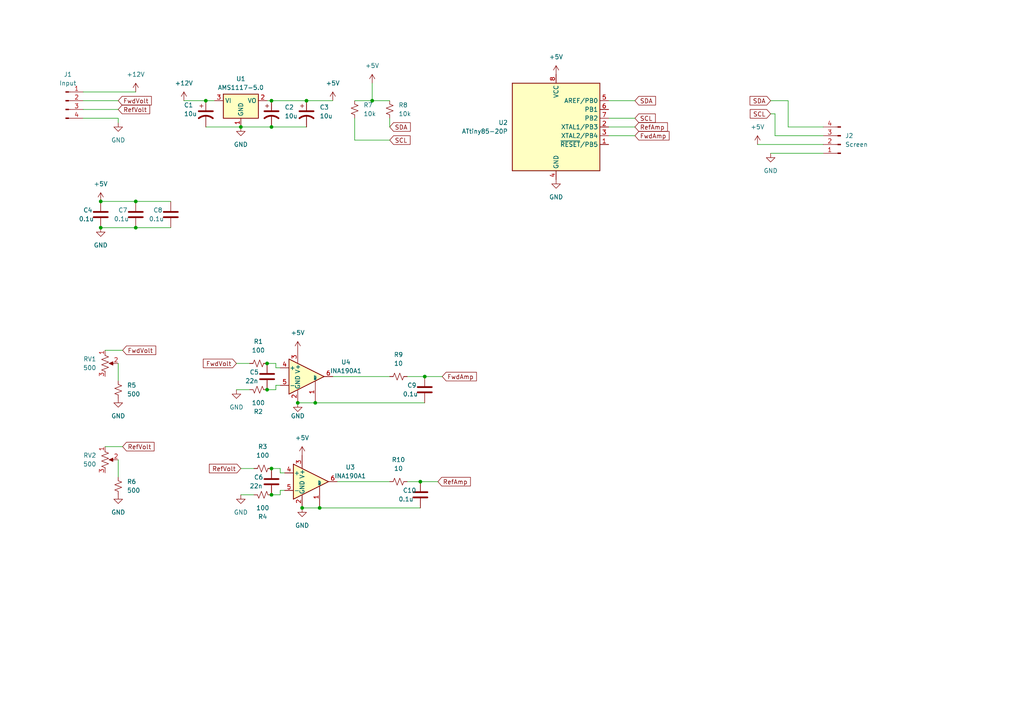
<source format=kicad_sch>
(kicad_sch (version 20230121) (generator eeschema)
  (paper "A4")
  (lib_symbols
    (symbol "Amplifier_Current:INA199xxDCK" (pin_names (offset 0.127))
      (property "Reference" "U" (at 3.81 3.81 0))
      (property "Value" "INA199xxDCK" (at 3.81 -2.54 0))
      (symbol "INA199xxDCK_0_1"
        (polyline (pts (xy 5.08 0) (xy -5.08 5.08) (xy -5.08 -5.08) (xy 5.08 0)) (stroke (width 0.254)) (fill (type background)))
      )
      (symbol "INA199xxDCK_1_1"
        (pin input line (at 2.54 -7.62 90) (length 6.35) (name "REF") (number "1"))
        (pin power_in line (at -2.54 -7.62 90) (length 3.81) (name "GND") (number "2"))
        (pin power_in line (at -2.54 7.62 270) (length 3.81) (name "V+") (number "3"))
        (pin input line (at -7.62 2.54 0) (length 2.54) (name "+") (number "4"))
        (pin input line (at -7.62 -2.54 0) (length 2.54) (name "-") (number "5"))
        (pin output line (at 7.62 0 180) (length 2.54) (name "~") (number "6"))
      )
    )
    (symbol "Connector:Conn_01x04_Pin" (pin_names (offset 1.016) hide)
      (property "Reference" "J" (at 0 5.08 0))
      (property "Value" "Conn_01x04_Pin" (at 0 -7.62 0))
      (symbol "Conn_01x04_Pin_1_1"
        (polyline (pts (xy 1.27 -5.08) (xy 0.8636 -5.08)) (stroke (width 0.1524)))
        (polyline (pts (xy 1.27 -2.54) (xy 0.8636 -2.54)) (stroke (width 0.1524)))
        (polyline (pts (xy 1.27 0) (xy 0.8636 0)) (stroke (width 0.1524)))
        (polyline (pts (xy 1.27 2.54) (xy 0.8636 2.54)) (stroke (width 0.1524)))
        (rectangle (start 0.8636 -4.953) (end 0 -5.207) (stroke (width 0.1524)) (fill (type outline)))
        (rectangle (start 0.8636 -2.413) (end 0 -2.667) (stroke (width 0.1524)) (fill (type outline)))
        (rectangle (start 0.8636 0.127) (end 0 -0.127) (stroke (width 0.1524)) (fill (type outline)))
        (rectangle (start 0.8636 2.667) (end 0 2.413) (stroke (width 0.1524)) (fill (type outline)))
        (pin passive line (at 5.08 2.54 180) (length 3.81) (name "Pin_1") (number "1"))
        (pin passive line (at 5.08 0 180) (length 3.81) (name "Pin_2") (number "2"))
        (pin passive line (at 5.08 -2.54 180) (length 3.81) (name "Pin_3") (number "3"))
        (pin passive line (at 5.08 -5.08 180) (length 3.81) (name "Pin_4") (number "4"))
      )
    )
    (symbol "Device:C" (pin_numbers hide) (pin_names (offset 0.254))
      (property "Reference" "C" (at 0.635 2.54 0))
      (property "Value" "C" (at 0.635 -2.54 0))
      (symbol "C_0_1"
        (polyline (pts (xy -2.032 -0.762) (xy 2.032 -0.762)) (stroke (width 0.508)))
        (polyline (pts (xy -2.032 0.762) (xy 2.032 0.762)) (stroke (width 0.508)))
      )
      (symbol "C_1_1"
        (pin passive line (at 0 3.81 270) (length 2.794) (name "~") (number "1"))
        (pin passive line (at 0 -3.81 90) (length 2.794) (name "~") (number "2"))
      )
    )
    (symbol "Device:C_Polarized_US" (pin_numbers hide) (pin_names (offset 0.254) hide)
      (property "Reference" "C" (at 0.635 2.54 0))
      (property "Value" "C_Polarized_US" (at 0.635 -2.54 0))
      (symbol "C_Polarized_US_0_1"
        (polyline (pts (xy -2.032 0.762) (xy 2.032 0.762)) (stroke (width 0.508)))
        (polyline (pts (xy -1.778 2.286) (xy -0.762 2.286)))
        (polyline (pts (xy -1.27 1.778) (xy -1.27 2.794)))
        (arc (start 2.032 -1.27) (mid 0 -0.5572) (end -2.032 -1.27) (stroke (width 0.508)))
      )
      (symbol "C_Polarized_US_1_1"
        (pin passive line (at 0 3.81 270) (length 2.794) (name "~") (number "1"))
        (pin passive line (at 0 -3.81 90) (length 3.302) (name "~") (number "2"))
      )
    )
    (symbol "Device:R_Potentiometer_US" (pin_names (offset 1.016) hide)
      (property "Reference" "RV" (at -4.445 0 90))
      (property "Value" "R_Potentiometer_US" (at -2.54 0 90))
      (symbol "R_Potentiometer_US_0_1"
        (polyline (pts (xy 0 -2.286) (xy 0 -2.54)))
        (polyline (pts (xy 0 2.54) (xy 0 2.286)))
        (polyline (pts (xy 2.54 0) (xy 1.524 0)))
        (polyline (pts (xy 1.143 0) (xy 2.286 0.508) (xy 2.286 -0.508) (xy 1.143 0)) (fill (type outline)))
        (polyline (pts (xy 0 -0.762) (xy 1.016 -1.143) (xy 0 -1.524) (xy -1.016 -1.905) (xy 0 -2.286)))
        (polyline (pts (xy 0 0.762) (xy 1.016 0.381) (xy 0 0) (xy -1.016 -0.381) (xy 0 -0.762)))
        (polyline (pts (xy 0 2.286) (xy 1.016 1.905) (xy 0 1.524) (xy -1.016 1.143) (xy 0 0.762)))
      )
      (symbol "R_Potentiometer_US_1_1"
        (pin passive line (at 0 3.81 270) (length 1.27) (name "1") (number "1"))
        (pin passive line (at 3.81 0 180) (length 1.27) (name "2") (number "2"))
        (pin passive line (at 0 -3.81 90) (length 1.27) (name "3") (number "3"))
      )
    )
    (symbol "Device:R_Small_US" (pin_numbers hide) (pin_names (offset 0.254) hide)
      (property "Reference" "R" (at 0.762 0.508 0))
      (property "Value" "R_Small_US" (at 0.762 -1.016 0))
      (symbol "R_Small_US_1_1"
        (polyline (pts (xy 0 0) (xy 1.016 -0.381) (xy 0 -0.762) (xy -1.016 -1.143) (xy 0 -1.524)))
        (polyline (pts (xy 0 1.524) (xy 1.016 1.143) (xy 0 0.762) (xy -1.016 0.381) (xy 0 0)))
        (pin passive line (at 0 2.54 270) (length 1.016) (name "~") (number "1"))
        (pin passive line (at 0 -2.54 90) (length 1.016) (name "~") (number "2"))
      )
    )
    (symbol "MCU_Microchip_ATtiny:ATtiny85-20P"
      (property "Reference" "U" (at -12.7 13.97 0))
      (property "Value" "ATtiny85-20P" (at 2.54 -13.97 0))
      (symbol "ATtiny85-20P_0_1"
        (rectangle (start -12.7 -12.7) (end 12.7 12.7) (stroke (width 0.254)) (fill (type background)))
      )
      (symbol "ATtiny85-20P_1_1"
        (pin bidirectional line (at 15.24 -5.08 180) (length 2.54) (name "~{RESET}/PB5") (number "1"))
        (pin bidirectional line (at 15.24 0 180) (length 2.54) (name "XTAL1/PB3") (number "2"))
        (pin bidirectional line (at 15.24 -2.54 180) (length 2.54) (name "XTAL2/PB4") (number "3"))
        (pin power_in line (at 0 -15.24 90) (length 2.54) (name "GND") (number "4"))
        (pin bidirectional line (at 15.24 7.62 180) (length 2.54) (name "AREF/PB0") (number "5"))
        (pin bidirectional line (at 15.24 5.08 180) (length 2.54) (name "PB1") (number "6"))
        (pin bidirectional line (at 15.24 2.54 180) (length 2.54) (name "PB2") (number "7"))
        (pin power_in line (at 0 15.24 270) (length 2.54) (name "VCC") (number "8"))
      )
    )
    (symbol "Regulator_Linear:AMS1117-5.0"
      (property "Reference" "U" (at -3.81 3.175 0))
      (property "Value" "AMS1117-5.0" (at 0 3.175 0))
      (symbol "AMS1117-5.0_0_1"
        (rectangle (start -5.08 -5.08) (end 5.08 1.905) (stroke (width 0.254)) (fill (type background)))
      )
      (symbol "AMS1117-5.0_1_1"
        (pin power_in line (at 0 -7.62 90) (length 2.54) (name "GND") (number "1"))
        (pin power_out line (at 7.62 0 180) (length 2.54) (name "VO") (number "2"))
        (pin power_in line (at -7.62 0 0) (length 2.54) (name "VI") (number "3"))
      )
    )
    (symbol "power:+12V" (power) (pin_names (offset 0))
      (property "Value" "+12V" (at 0 3.556 0))
      (symbol "+12V_0_1"
        (polyline (pts (xy -0.762 1.27) (xy 0 2.54)))
        (polyline (pts (xy 0 0) (xy 0 2.54)))
        (polyline (pts (xy 0 2.54) (xy 0.762 1.27)))
      )
      (symbol "+12V_1_1"
        (pin power_in line (at 0 0 90) (length 0) hide (name "+12V") (number "1"))
      )
    )
    (symbol "power:+5V" (power) (pin_names (offset 0))
      (property "Value" "+5V" (at 0 3.556 0))
      (symbol "+5V_0_1"
        (polyline (pts (xy -0.762 1.27) (xy 0 2.54)))
        (polyline (pts (xy 0 0) (xy 0 2.54)))
        (polyline (pts (xy 0 2.54) (xy 0.762 1.27)))
      )
      (symbol "+5V_1_1"
        (pin power_in line (at 0 0 90) (length 0) hide (name "+5V") (number "1"))
      )
    )
    (symbol "power:GND" (power) (pin_names (offset 0))
      (property "Value" "GND" (at 0 -3.81 0))
      (symbol "GND_0_1"
        (polyline (pts (xy 0 0) (xy 0 -1.27) (xy 1.27 -1.27) (xy 0 -2.54) (xy -1.27 -1.27) (xy 0 -1.27)))
      )
      (symbol "GND_1_1"
        (pin power_in line (at 0 0 270) (length 0) hide (name "GND") (number "1"))
      )
    )
  )
  (junction (at 87.63 147.32))
  (junction (at 29.21 58.42))
  (junction (at 78.74 143.51))
  (junction (at 78.74 135.89))
  (junction (at 59.69 29.21))
  (junction (at 69.85 36.83))
  (junction (at 107.95 29.21))
  (junction (at 39.37 58.42))
  (junction (at 78.74 29.21))
  (junction (at 91.44 116.84))
  (junction (at 121.92 139.7))
  (junction (at 92.71 147.32))
  (junction (at 86.36 116.84))
  (junction (at 29.21 66.04))
  (junction (at 77.47 113.03))
  (junction (at 77.47 105.41))
  (junction (at 39.37 66.04))
  (junction (at 123.19 109.22))
  (junction (at 78.74 36.83))
  (junction (at 88.9 29.21))
  (wire (pts (xy 24.13 34.29) (xy 34.29 34.29)))
  (wire (pts (xy 238.76 36.83) (xy 228.6 36.83)))
  (wire (pts (xy 121.92 139.7) (xy 127 139.7)))
  (wire (pts (xy 69.85 135.89) (xy 73.66 135.89)))
  (wire (pts (xy 53.34 29.21) (xy 59.69 29.21)))
  (wire (pts (xy 87.63 147.32) (xy 92.71 147.32)))
  (wire (pts (xy 80.01 111.76) (xy 80.01 113.03)))
  (wire (pts (xy 59.69 29.21) (xy 62.23 29.21)))
  (wire (pts (xy 34.29 105.41) (xy 34.29 110.49)))
  (wire (pts (xy 81.28 137.16) (xy 81.28 135.89)))
  (wire (pts (xy 176.53 34.29) (xy 184.15 34.29)))
  (wire (pts (xy 107.95 29.21) (xy 113.03 29.21)))
  (wire (pts (xy 68.58 105.41) (xy 72.39 105.41)))
  (wire (pts (xy 113.03 34.29) (xy 113.03 36.83)))
  (wire (pts (xy 78.74 29.21) (xy 88.9 29.21)))
  (wire (pts (xy 81.28 106.68) (xy 80.01 106.68)))
  (wire (pts (xy 102.87 40.64) (xy 102.87 34.29)))
  (wire (pts (xy 224.79 39.37) (xy 238.76 39.37)))
  (wire (pts (xy 92.71 147.32) (xy 121.92 147.32)))
  (wire (pts (xy 82.55 137.16) (xy 81.28 137.16)))
  (wire (pts (xy 80.01 106.68) (xy 80.01 105.41)))
  (wire (pts (xy 96.52 109.22) (xy 113.03 109.22)))
  (wire (pts (xy 80.01 105.41) (xy 77.47 105.41)))
  (wire (pts (xy 81.28 135.89) (xy 78.74 135.89)))
  (wire (pts (xy 107.95 24.13) (xy 107.95 29.21)))
  (wire (pts (xy 102.87 29.21) (xy 107.95 29.21)))
  (wire (pts (xy 96.52 29.21) (xy 88.9 29.21)))
  (wire (pts (xy 34.29 34.29) (xy 34.29 35.56)))
  (wire (pts (xy 77.47 113.03) (xy 80.01 113.03)))
  (wire (pts (xy 68.58 113.03) (xy 72.39 113.03)))
  (wire (pts (xy 219.71 41.91) (xy 238.76 41.91)))
  (wire (pts (xy 238.76 44.45) (xy 223.52 44.45)))
  (wire (pts (xy 223.52 33.02) (xy 224.79 33.02)))
  (wire (pts (xy 69.85 36.83) (xy 78.74 36.83)))
  (wire (pts (xy 82.55 142.24) (xy 81.28 142.24)))
  (wire (pts (xy 176.53 39.37) (xy 184.15 39.37)))
  (wire (pts (xy 77.47 29.21) (xy 78.74 29.21)))
  (wire (pts (xy 29.21 66.04) (xy 39.37 66.04)))
  (wire (pts (xy 91.44 116.84) (xy 123.19 116.84)))
  (wire (pts (xy 34.29 133.35) (xy 34.29 138.43)))
  (wire (pts (xy 81.28 111.76) (xy 80.01 111.76)))
  (wire (pts (xy 228.6 29.21) (xy 228.6 36.83)))
  (wire (pts (xy 97.79 139.7) (xy 113.03 139.7)))
  (wire (pts (xy 78.74 36.83) (xy 88.9 36.83)))
  (wire (pts (xy 39.37 58.42) (xy 49.53 58.42)))
  (wire (pts (xy 59.69 36.83) (xy 69.85 36.83)))
  (wire (pts (xy 176.53 29.21) (xy 184.15 29.21)))
  (wire (pts (xy 81.28 142.24) (xy 81.28 143.51)))
  (wire (pts (xy 176.53 36.83) (xy 184.15 36.83)))
  (wire (pts (xy 78.74 143.51) (xy 81.28 143.51)))
  (wire (pts (xy 223.52 29.21) (xy 228.6 29.21)))
  (wire (pts (xy 224.79 33.02) (xy 224.79 39.37)))
  (wire (pts (xy 39.37 66.04) (xy 49.53 66.04)))
  (wire (pts (xy 24.13 31.75) (xy 34.29 31.75)))
  (wire (pts (xy 24.13 29.21) (xy 34.29 29.21)))
  (wire (pts (xy 86.36 116.84) (xy 91.44 116.84)))
  (wire (pts (xy 30.48 129.54) (xy 35.56 129.54)))
  (wire (pts (xy 118.11 139.7) (xy 121.92 139.7)))
  (wire (pts (xy 24.13 26.67) (xy 39.37 26.67)))
  (wire (pts (xy 118.11 109.22) (xy 123.19 109.22)))
  (wire (pts (xy 30.48 101.6) (xy 35.56 101.6)))
  (wire (pts (xy 123.19 109.22) (xy 128.27 109.22)))
  (wire (pts (xy 69.85 143.51) (xy 73.66 143.51)))
  (wire (pts (xy 29.21 58.42) (xy 39.37 58.42)))
  (wire (pts (xy 113.03 40.64) (xy 102.87 40.64)))
  (global_label "FwdVolt" (shape input) (at 34.29 29.21 0) (property "Intersheetrefs" "${INTERSHEET_REFS}" (effects hide)))
  (global_label "RefAmp" (shape input) (at 184.15 36.83 0) (property "Intersheetrefs" "${INTERSHEET_REFS}" (effects hide)))
  (global_label "SDA" (shape input) (at 184.15 29.21 0) (property "Intersheetrefs" "${INTERSHEET_REFS}" (effects hide)))
  (global_label "SDA" (shape input) (at 113.03 36.83 0) (property "Intersheetrefs" "${INTERSHEET_REFS}" (effects hide)))
  (global_label "FwdAmp" (shape input) (at 184.15 39.37 0) (property "Intersheetrefs" "${INTERSHEET_REFS}" (effects hide)))
  (global_label "FwdVolt" (shape input) (at 68.58 105.41 180) (property "Intersheetrefs" "${INTERSHEET_REFS}" (effects hide)))
  (global_label "FwdVolt" (shape input) (at 35.56 101.6 0) (property "Intersheetrefs" "${INTERSHEET_REFS}" (effects hide)))
  (global_label "SCL" (shape input) (at 113.03 40.64 0) (property "Intersheetrefs" "${INTERSHEET_REFS}" (effects hide)))
  (global_label "SDA" (shape input) (at 223.52 29.21 180) (property "Intersheetrefs" "${INTERSHEET_REFS}" (effects hide)))
  (global_label "RefAmp" (shape input) (at 127 139.7 0) (property "Intersheetrefs" "${INTERSHEET_REFS}" (effects hide)))
  (global_label "FwdAmp" (shape input) (at 128.27 109.22 0) (property "Intersheetrefs" "${INTERSHEET_REFS}" (effects hide)))
  (global_label "SCL" (shape input) (at 223.52 33.02 180) (property "Intersheetrefs" "${INTERSHEET_REFS}" (effects hide)))
  (global_label "RefVolt" (shape input) (at 35.56 129.54 0) (property "Intersheetrefs" "${INTERSHEET_REFS}" (effects hide)))
  (global_label "RefVolt" (shape input) (at 34.29 31.75 0) (property "Intersheetrefs" "${INTERSHEET_REFS}" (effects hide)))
  (global_label "RefVolt" (shape input) (at 69.85 135.89 180) (property "Intersheetrefs" "${INTERSHEET_REFS}" (effects hide)))
  (global_label "SCL" (shape input) (at 184.15 34.29 0) (property "Intersheetrefs" "${INTERSHEET_REFS}" (effects hide)))
  (symbol (lib_id "Device:C") (at 49.53 62.23 180) (unit 1)
    (property "Reference" "C8" (at 44.45 60.96 0) (effects (justify right)))
    (property "Value" "0.1u" (at 43.18 63.5 0) (effects (justify right)))
    (property "Footprint" "Capacitor_SMD:C_0603_1608Metric" (effects hide))
  )
  (symbol (lib_id "Device:R_Small_US") (at 76.2 143.51 90) (mirror x) (unit 1)
    (property "Reference" "R4" (at 76.2 149.86 90))
    (property "Value" "100" (at 76.2 147.32 90))
    (property "Footprint" "Resistor_SMD:R_0603_1608Metric" (effects hide))
  )
  (symbol (lib_id "Device:R_Small_US") (at 115.57 109.22 90) (unit 1)
    (property "Reference" "R9" (at 115.57 102.87 90))
    (property "Value" "10" (at 115.57 105.41 90))
    (property "Footprint" "Resistor_SMD:R_0603_1608Metric" (effects hide))
  )
  (symbol (lib_id "power:+5V") (at 96.52 29.21 0) (unit 1)
    (property "Reference" "#PWR02" (effects hide))
    (property "Value" "+5V" (at 96.52 24.13 0))
  )
  (symbol (lib_id "power:+5V") (at 161.29 21.59 0) (unit 1)
    (property "Reference" "#PWR07" (effects hide))
    (property "Value" "+5V" (at 161.29 16.51 0))
  )
  (symbol (lib_id "Device:R_Small_US") (at 113.03 31.75 0) (unit 1)
    (property "Reference" "R8" (at 115.57 30.48 0) (effects (justify left)))
    (property "Value" "10k" (at 115.57 33.02 0) (effects (justify left)))
    (property "Footprint" "Resistor_SMD:R_0603_1608Metric" (effects hide))
  )
  (symbol (lib_id "Connector:Conn_01x04_Pin") (at 243.84 41.91 180) (unit 1)
    (property "Reference" "J2" (at 245.11 39.37 0) (effects (justify right)))
    (property "Value" "Screen" (at 245.11 41.91 0) (effects (justify right)))
    (property "Footprint" "Connector_PinHeader_2.54mm:PinHeader_1x04_P2.54mm_Vertical" (effects hide))
  )
  (symbol (lib_id "power:+5V") (at 219.71 41.91 0) (unit 1)
    (property "Reference" "#PWR017" (effects hide))
    (property "Value" "+5V" (at 219.71 36.83 0))
  )
  (symbol (lib_id "power:+5V") (at 86.36 101.6 0) (unit 1)
    (property "Reference" "#PWR05" (effects hide))
    (property "Value" "+5V" (at 86.36 96.52 0))
  )
  (symbol (lib_id "Device:R_Small_US") (at 74.93 105.41 90) (unit 1)
    (property "Reference" "R1" (at 74.93 99.06 90))
    (property "Value" "100" (at 74.93 101.6 90))
    (property "Footprint" "Resistor_SMD:R_0603_1608Metric" (effects hide))
  )
  (symbol (lib_id "power:GND") (at 69.85 36.83 0) (unit 1)
    (property "Reference" "#PWR03" (effects hide))
    (property "Value" "GND" (at 69.85 41.91 0))
  )
  (symbol (lib_id "Device:R_Potentiometer_US") (at 30.48 105.41 0) (unit 1)
    (property "Reference" "RV1" (at 27.94 104.14 0) (effects (justify right)))
    (property "Value" "500" (at 27.94 106.68 0) (effects (justify right)))
    (property "Footprint" "Potentiometer_SMD:Potentiometer_Bourns_3314J_Vertical" (effects hide))
  )
  (symbol (lib_id "power:GND") (at 68.58 113.03 0) (unit 1)
    (property "Reference" "#PWR04" (effects hide))
    (property "Value" "GND" (at 68.58 118.11 0))
  )
  (symbol (lib_id "power:GND") (at 223.52 44.45 0) (unit 1)
    (property "Reference" "#PWR015" (effects hide))
    (property "Value" "GND" (at 223.52 49.53 0))
  )
  (symbol (lib_id "Connector:Conn_01x04_Pin") (at 19.05 29.21 0) (unit 1)
    (property "Reference" "J1" (at 19.685 21.59 0))
    (property "Value" "Input" (at 19.685 24.13 0))
    (property "Footprint" "Connector_PinHeader_2.54mm:PinHeader_1x04_P2.54mm_Vertical" (effects hide))
  )
  (symbol (lib_id "Device:C_Polarized_US") (at 59.69 33.02 0) (unit 1)
    (property "Reference" "C1" (at 53.34 30.48 0) (effects (justify left)))
    (property "Value" "10u" (at 53.34 33.02 0) (effects (justify left)))
    (property "Footprint" "Capacitor_Tantalum_SMD:CP_EIA-3216-12_Kemet-S" (effects hide))
  )
  (symbol (lib_id "power:GND") (at 87.63 147.32 0) (unit 1)
    (property "Reference" "#PWR021" (effects hide))
    (property "Value" "GND" (at 87.63 152.4 0))
  )
  (symbol (lib_id "Device:R_Small_US") (at 76.2 135.89 90) (unit 1)
    (property "Reference" "R3" (at 76.2 129.54 90))
    (property "Value" "100" (at 76.2 132.08 90))
    (property "Footprint" "Resistor_SMD:R_0603_1608Metric" (effects hide))
  )
  (symbol (lib_id "Device:C") (at 77.47 109.22 180) (unit 1)
    (property "Reference" "C5" (at 72.39 107.95 0) (effects (justify right)))
    (property "Value" "22n" (at 71.12 110.49 0) (effects (justify right)))
    (property "Footprint" "Capacitor_SMD:C_0603_1608Metric" (effects hide))
  )
  (symbol (lib_id "Device:C") (at 123.19 113.03 180) (unit 1)
    (property "Reference" "C9" (at 118.11 111.76 0) (effects (justify right)))
    (property "Value" "0.1u" (at 116.84 114.3 0) (effects (justify right)))
    (property "Footprint" "Capacitor_SMD:C_0603_1608Metric" (effects hide))
  )
  (symbol (lib_id "Device:R_Potentiometer_US") (at 30.48 133.35 0) (unit 1)
    (property "Reference" "RV2" (at 27.94 132.08 0) (effects (justify right)))
    (property "Value" "500" (at 27.94 134.62 0) (effects (justify right)))
    (property "Footprint" "Potentiometer_SMD:Potentiometer_Bourns_3314J_Vertical" (effects hide))
  )
  (symbol (lib_id "power:GND") (at 69.85 143.51 0) (unit 1)
    (property "Reference" "#PWR019" (effects hide))
    (property "Value" "GND" (at 69.85 148.59 0))
  )
  (symbol (lib_id "MCU_Microchip_ATtiny:ATtiny85-20P") (at 161.29 36.83 0) (unit 1)
    (property "Reference" "U2" (at 147.32 35.56 0) (effects (justify right)))
    (property "Value" "ATtiny85-20P" (at 147.32 38.1 0) (effects (justify right)))
    (property "Footprint" "Package_DIP:DIP-8_W7.62mm" (effects hide))
    (property "Datasheet" "http://ww1.microchip.com/downloads/en/DeviceDoc/atmel-2586-avr-8-bit-microcontroller-attiny25-attiny45-attiny85_datasheet.pdf" (effects hide))
  )
  (symbol (lib_id "Amplifier_Current:INA199xxDCK") (at 90.17 139.7 0) (unit 1)
    (property "Reference" "U3" (at 101.6 135.5091 0))
    (property "Value" "INA190A1" (at 101.6 138.0491 0))
    (property "Footprint" "Package_TO_SOT_SMD:SOT-363_SC-70-6_Handsoldering" (effects hide))
    (property "Datasheet" "http://www.ti.com/lit/ds/symlink/ina199.pdf" (effects hide))
  )
  (symbol (lib_id "power:GND") (at 29.21 66.04 0) (unit 1)
    (property "Reference" "#PWR018" (effects hide))
    (property "Value" "GND" (at 29.21 71.12 0))
  )
  (symbol (lib_id "Device:R_Small_US") (at 34.29 113.03 0) (unit 1)
    (property "Reference" "R5" (at 36.83 111.76 0) (effects (justify left)))
    (property "Value" "500" (at 36.83 114.3 0) (effects (justify left)))
    (property "Footprint" "Resistor_SMD:R_0603_1608Metric" (effects hide))
  )
  (symbol (lib_id "Device:R_Small_US") (at 74.93 113.03 90) (mirror x) (unit 1)
    (property "Reference" "R2" (at 74.93 119.38 90))
    (property "Value" "100" (at 74.93 116.84 90))
    (property "Footprint" "Resistor_SMD:R_0603_1608Metric" (effects hide))
  )
  (symbol (lib_id "power:+5V") (at 87.63 132.08 0) (unit 1)
    (property "Reference" "#PWR020" (effects hide))
    (property "Value" "+5V" (at 87.63 127 0))
  )
  (symbol (lib_id "Device:C") (at 39.37 62.23 180) (unit 1)
    (property "Reference" "C7" (at 34.29 60.96 0) (effects (justify right)))
    (property "Value" "0.1u" (at 33.02 63.5 0) (effects (justify right)))
    (property "Footprint" "Capacitor_SMD:C_0603_1608Metric" (effects hide))
  )
  (symbol (lib_id "power:GND") (at 34.29 143.51 0) (unit 1)
    (property "Reference" "#PWR011" (effects hide))
    (property "Value" "GND" (at 34.29 148.59 0))
  )
  (symbol (lib_id "Device:C_Polarized_US") (at 88.9 33.02 0) (unit 1)
    (property "Reference" "C3" (at 92.71 31.115 0) (effects (justify left)))
    (property "Value" "10u" (at 92.71 33.655 0) (effects (justify left)))
    (property "Footprint" "Capacitor_Tantalum_SMD:CP_EIA-3216-12_Kemet-S" (effects hide))
  )
  (symbol (lib_id "power:+12V") (at 39.37 26.67 0) (unit 1)
    (property "Reference" "#PWR014" (effects hide))
    (property "Value" "+12V" (at 39.37 21.59 0))
  )
  (symbol (lib_id "Device:R_Small_US") (at 115.57 139.7 90) (unit 1)
    (property "Reference" "R10" (at 115.57 133.35 90))
    (property "Value" "10" (at 115.57 135.89 90))
    (property "Footprint" "Resistor_SMD:R_0603_1608Metric" (effects hide))
  )
  (symbol (lib_id "Device:C") (at 78.74 139.7 180) (unit 1)
    (property "Reference" "C6" (at 73.66 138.43 0) (effects (justify right)))
    (property "Value" "22n" (at 72.39 140.97 0) (effects (justify right)))
    (property "Footprint" "Capacitor_SMD:C_0603_1608Metric" (effects hide))
  )
  (symbol (lib_id "Regulator_Linear:AMS1117-5.0") (at 69.85 29.21 0) (unit 1)
    (property "Reference" "U1" (at 69.85 22.86 0))
    (property "Value" "AMS1117-5.0" (at 69.85 25.4 0))
    (property "Footprint" "Package_TO_SOT_SMD:SOT-223-3_TabPin2" (effects hide))
    (property "Datasheet" "http://www.advanced-monolithic.com/pdf/ds1117.pdf" (effects hide))
  )
  (symbol (lib_id "power:GND") (at 34.29 35.56 0) (unit 1)
    (property "Reference" "#PWR013" (effects hide))
    (property "Value" "GND" (at 34.29 40.64 0))
  )
  (symbol (lib_id "Device:C") (at 121.92 143.51 180) (unit 1)
    (property "Reference" "C10" (at 116.84 142.24 0) (effects (justify right)))
    (property "Value" "0.1u" (at 115.57 144.78 0) (effects (justify right)))
    (property "Footprint" "Capacitor_SMD:C_0603_1608Metric" (effects hide))
  )
  (symbol (lib_id "Device:C") (at 29.21 62.23 180) (unit 1)
    (property "Reference" "C4" (at 24.13 60.96 0) (effects (justify right)))
    (property "Value" "0.1u" (at 22.86 63.5 0) (effects (justify right)))
    (property "Footprint" "Capacitor_SMD:C_0603_1608Metric" (effects hide))
  )
  (symbol (lib_id "power:GND") (at 86.36 116.84 0) (unit 1)
    (property "Reference" "#PWR09" (effects hide))
    (property "Value" "GND" (at 86.36 120.65 0))
  )
  (symbol (lib_id "Amplifier_Current:INA199xxDCK") (at 88.9 109.22 0) (unit 1)
    (property "Reference" "U4" (at 100.33 105.0291 0))
    (property "Value" "INA190A1" (at 100.33 107.5691 0))
    (property "Footprint" "Package_TO_SOT_SMD:SOT-363_SC-70-6_Handsoldering" (effects hide))
    (property "Datasheet" "http://www.ti.com/lit/ds/symlink/ina199.pdf" (effects hide))
  )
  (symbol (lib_id "Device:C_Polarized_US") (at 78.74 33.02 0) (unit 1)
    (property "Reference" "C2" (at 82.55 31.115 0) (effects (justify left)))
    (property "Value" "10u" (at 82.55 33.655 0) (effects (justify left)))
    (property "Footprint" "Capacitor_Tantalum_SMD:CP_EIA-3216-12_Kemet-S" (effects hide))
  )
  (symbol (lib_id "power:+12V") (at 53.34 29.21 0) (unit 1)
    (property "Reference" "#PWR01" (effects hide))
    (property "Value" "+12V" (at 53.34 24.13 0))
  )
  (symbol (lib_id "power:GND") (at 34.29 115.57 0) (unit 1)
    (property "Reference" "#PWR010" (effects hide))
    (property "Value" "GND" (at 34.29 120.65 0))
  )
  (symbol (lib_id "power:+5V") (at 107.95 24.13 0) (unit 1)
    (property "Reference" "#PWR012" (effects hide))
    (property "Value" "+5V" (at 107.95 19.05 0))
  )
  (symbol (lib_id "power:GND") (at 161.29 52.07 0) (unit 1)
    (property "Reference" "#PWR08" (effects hide))
    (property "Value" "GND" (at 161.29 57.15 0))
  )
  (symbol (lib_id "Device:R_Small_US") (at 102.87 31.75 0) (unit 1)
    (property "Reference" "R7" (at 105.41 30.48 0) (effects (justify left)))
    (property "Value" "10k" (at 105.41 33.02 0) (effects (justify left)))
    (property "Footprint" "Resistor_SMD:R_0603_1608Metric" (effects hide))
  )
  (symbol (lib_id "power:+5V") (at 29.21 58.42 0) (unit 1)
    (property "Reference" "#PWR016" (effects hide))
    (property "Value" "+5V" (at 29.21 53.34 0))
  )
  (symbol (lib_id "Device:R_Small_US") (at 34.29 140.97 0) (unit 1)
    (property "Reference" "R6" (at 36.83 139.7 0) (effects (justify left)))
    (property "Value" "500" (at 36.83 142.24 0) (effects (justify left)))
    (property "Footprint" "Resistor_SMD:R_0603_1608Metric" (effects hide))
  )
)
</source>
